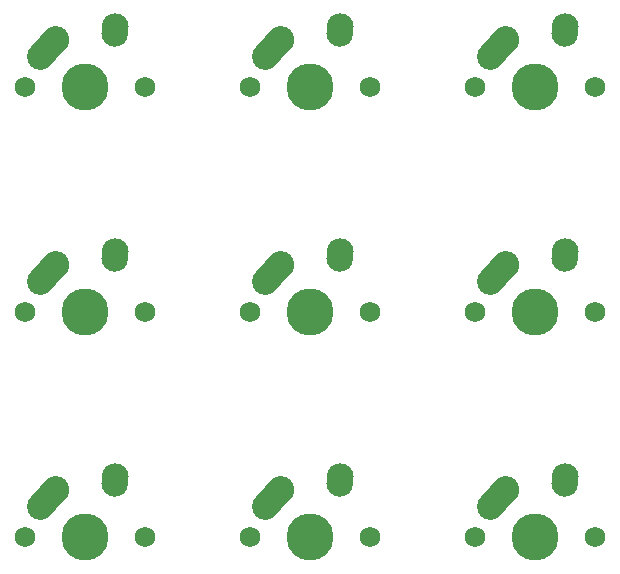
<source format=gbs>
%TF.GenerationSoftware,KiCad,Pcbnew,(6.0.9)*%
%TF.CreationDate,2023-01-13T15:25:33-06:00*%
%TF.ProjectId,Programmable Keys,50726f67-7261-46d6-9d61-626c65204b65,rev?*%
%TF.SameCoordinates,Original*%
%TF.FileFunction,Soldermask,Bot*%
%TF.FilePolarity,Negative*%
%FSLAX46Y46*%
G04 Gerber Fmt 4.6, Leading zero omitted, Abs format (unit mm)*
G04 Created by KiCad (PCBNEW (6.0.9)) date 2023-01-13 15:25:33*
%MOMM*%
%LPD*%
G01*
G04 APERTURE LIST*
G04 Aperture macros list*
%AMHorizOval*
0 Thick line with rounded ends*
0 $1 width*
0 $2 $3 position (X,Y) of the first rounded end (center of the circle)*
0 $4 $5 position (X,Y) of the second rounded end (center of the circle)*
0 Add line between two ends*
20,1,$1,$2,$3,$4,$5,0*
0 Add two circle primitives to create the rounded ends*
1,1,$1,$2,$3*
1,1,$1,$4,$5*%
G04 Aperture macros list end*
%ADD10C,1.750000*%
%ADD11C,3.987800*%
%ADD12C,2.250000*%
%ADD13HorizOval,2.250000X0.655001X0.730000X-0.655001X-0.730000X0*%
%ADD14HorizOval,2.250000X0.020000X0.290000X-0.020000X-0.290000X0*%
G04 APERTURE END LIST*
D10*
%TO.C,MX8*%
X181451250Y-100012500D03*
D11*
X186531250Y-100012500D03*
D10*
X191611250Y-100012500D03*
D12*
X184031250Y-96012500D03*
D13*
X183376251Y-96742500D03*
D12*
X189071250Y-94932500D03*
D14*
X189051250Y-95222500D03*
%TD*%
D11*
%TO.C,MX1*%
X167481250Y-61912500D03*
D10*
X162401250Y-61912500D03*
X172561250Y-61912500D03*
D12*
X164981250Y-57912500D03*
D13*
X164326251Y-58642500D03*
D12*
X170021250Y-56832500D03*
D14*
X170001250Y-57122500D03*
%TD*%
D11*
%TO.C,MX9*%
X205581250Y-100012500D03*
D10*
X200501250Y-100012500D03*
X210661250Y-100012500D03*
D12*
X203081250Y-96012500D03*
D13*
X202426251Y-96742500D03*
D14*
X208101250Y-95222500D03*
D12*
X208121250Y-94932500D03*
%TD*%
D11*
%TO.C,MX4*%
X167481250Y-80962500D03*
D10*
X162401250Y-80962500D03*
X172561250Y-80962500D03*
D12*
X164981250Y-76962500D03*
D13*
X164326251Y-77692500D03*
D12*
X170021250Y-75882500D03*
D14*
X170001250Y-76172500D03*
%TD*%
D11*
%TO.C,MX3*%
X205581250Y-61912500D03*
D10*
X210661250Y-61912500D03*
X200501250Y-61912500D03*
D13*
X202426251Y-58642500D03*
D12*
X203081250Y-57912500D03*
X208121250Y-56832500D03*
D14*
X208101250Y-57122500D03*
%TD*%
D10*
%TO.C,MX7*%
X172561250Y-100012500D03*
D11*
X167481250Y-100012500D03*
D10*
X162401250Y-100012500D03*
D12*
X164981250Y-96012500D03*
D13*
X164326251Y-96742500D03*
D14*
X170001250Y-95222500D03*
D12*
X170021250Y-94932500D03*
%TD*%
D10*
%TO.C,MX2*%
X191611250Y-61912500D03*
D11*
X186531250Y-61912500D03*
D10*
X181451250Y-61912500D03*
D13*
X183376251Y-58642500D03*
D12*
X184031250Y-57912500D03*
D14*
X189051250Y-57122500D03*
D12*
X189071250Y-56832500D03*
%TD*%
D11*
%TO.C,MX6*%
X205581250Y-80962500D03*
D10*
X200501250Y-80962500D03*
X210661250Y-80962500D03*
D12*
X203081250Y-76962500D03*
D13*
X202426251Y-77692500D03*
D12*
X208121250Y-75882500D03*
D14*
X208101250Y-76172500D03*
%TD*%
D10*
%TO.C,MX5*%
X191611250Y-80962500D03*
X181451250Y-80962500D03*
D11*
X186531250Y-80962500D03*
D12*
X184031250Y-76962500D03*
D13*
X183376251Y-77692500D03*
D12*
X189071250Y-75882500D03*
D14*
X189051250Y-76172500D03*
%TD*%
M02*

</source>
